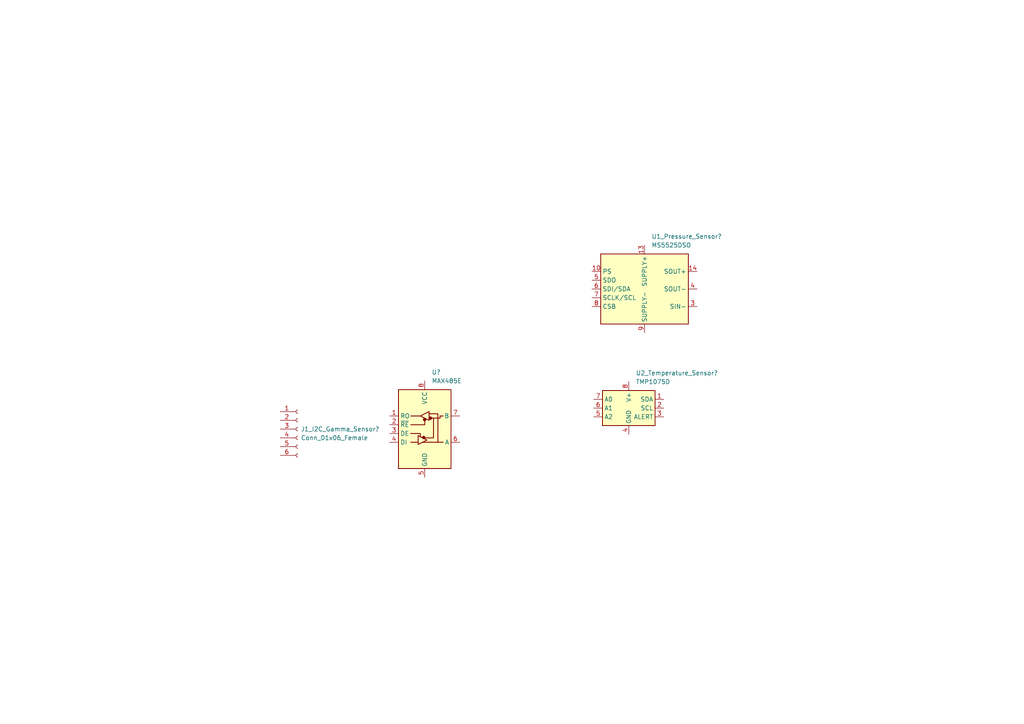
<source format=kicad_sch>
(kicad_sch (version 20211123) (generator eeschema)

  (uuid 3f7be251-bcb4-4dc7-9cf9-fbd65b1850d8)

  (paper "A4")

  (lib_symbols
    (symbol "Connector:Conn_01x06_Female" (pin_names (offset 1.016) hide) (in_bom yes) (on_board yes)
      (property "Reference" "J" (id 0) (at 0 7.62 0)
        (effects (font (size 1.27 1.27)))
      )
      (property "Value" "Conn_01x06_Female" (id 1) (at 0 -10.16 0)
        (effects (font (size 1.27 1.27)))
      )
      (property "Footprint" "" (id 2) (at 0 0 0)
        (effects (font (size 1.27 1.27)) hide)
      )
      (property "Datasheet" "~" (id 3) (at 0 0 0)
        (effects (font (size 1.27 1.27)) hide)
      )
      (property "ki_keywords" "connector" (id 4) (at 0 0 0)
        (effects (font (size 1.27 1.27)) hide)
      )
      (property "ki_description" "Generic connector, single row, 01x06, script generated (kicad-library-utils/schlib/autogen/connector/)" (id 5) (at 0 0 0)
        (effects (font (size 1.27 1.27)) hide)
      )
      (property "ki_fp_filters" "Connector*:*_1x??_*" (id 6) (at 0 0 0)
        (effects (font (size 1.27 1.27)) hide)
      )
      (symbol "Conn_01x06_Female_1_1"
        (arc (start 0 -7.112) (mid -0.508 -7.62) (end 0 -8.128)
          (stroke (width 0.1524) (type default) (color 0 0 0 0))
          (fill (type none))
        )
        (arc (start 0 -4.572) (mid -0.508 -5.08) (end 0 -5.588)
          (stroke (width 0.1524) (type default) (color 0 0 0 0))
          (fill (type none))
        )
        (arc (start 0 -2.032) (mid -0.508 -2.54) (end 0 -3.048)
          (stroke (width 0.1524) (type default) (color 0 0 0 0))
          (fill (type none))
        )
        (polyline
          (pts
            (xy -1.27 -7.62)
            (xy -0.508 -7.62)
          )
          (stroke (width 0.1524) (type default) (color 0 0 0 0))
          (fill (type none))
        )
        (polyline
          (pts
            (xy -1.27 -5.08)
            (xy -0.508 -5.08)
          )
          (stroke (width 0.1524) (type default) (color 0 0 0 0))
          (fill (type none))
        )
        (polyline
          (pts
            (xy -1.27 -2.54)
            (xy -0.508 -2.54)
          )
          (stroke (width 0.1524) (type default) (color 0 0 0 0))
          (fill (type none))
        )
        (polyline
          (pts
            (xy -1.27 0)
            (xy -0.508 0)
          )
          (stroke (width 0.1524) (type default) (color 0 0 0 0))
          (fill (type none))
        )
        (polyline
          (pts
            (xy -1.27 2.54)
            (xy -0.508 2.54)
          )
          (stroke (width 0.1524) (type default) (color 0 0 0 0))
          (fill (type none))
        )
        (polyline
          (pts
            (xy -1.27 5.08)
            (xy -0.508 5.08)
          )
          (stroke (width 0.1524) (type default) (color 0 0 0 0))
          (fill (type none))
        )
        (arc (start 0 0.508) (mid -0.508 0) (end 0 -0.508)
          (stroke (width 0.1524) (type default) (color 0 0 0 0))
          (fill (type none))
        )
        (arc (start 0 3.048) (mid -0.508 2.54) (end 0 2.032)
          (stroke (width 0.1524) (type default) (color 0 0 0 0))
          (fill (type none))
        )
        (arc (start 0 5.588) (mid -0.508 5.08) (end 0 4.572)
          (stroke (width 0.1524) (type default) (color 0 0 0 0))
          (fill (type none))
        )
        (pin passive line (at -5.08 5.08 0) (length 3.81)
          (name "Pin_1" (effects (font (size 1.27 1.27))))
          (number "1" (effects (font (size 1.27 1.27))))
        )
        (pin passive line (at -5.08 2.54 0) (length 3.81)
          (name "Pin_2" (effects (font (size 1.27 1.27))))
          (number "2" (effects (font (size 1.27 1.27))))
        )
        (pin passive line (at -5.08 0 0) (length 3.81)
          (name "Pin_3" (effects (font (size 1.27 1.27))))
          (number "3" (effects (font (size 1.27 1.27))))
        )
        (pin passive line (at -5.08 -2.54 0) (length 3.81)
          (name "Pin_4" (effects (font (size 1.27 1.27))))
          (number "4" (effects (font (size 1.27 1.27))))
        )
        (pin passive line (at -5.08 -5.08 0) (length 3.81)
          (name "Pin_5" (effects (font (size 1.27 1.27))))
          (number "5" (effects (font (size 1.27 1.27))))
        )
        (pin passive line (at -5.08 -7.62 0) (length 3.81)
          (name "Pin_6" (effects (font (size 1.27 1.27))))
          (number "6" (effects (font (size 1.27 1.27))))
        )
      )
    )
    (symbol "Interface_UART:MAX485E" (in_bom yes) (on_board yes)
      (property "Reference" "U" (id 0) (at -6.096 11.43 0)
        (effects (font (size 1.27 1.27)))
      )
      (property "Value" "MAX485E" (id 1) (at 0.762 11.43 0)
        (effects (font (size 1.27 1.27)) (justify left))
      )
      (property "Footprint" "" (id 2) (at 0 -17.78 0)
        (effects (font (size 1.27 1.27)) hide)
      )
      (property "Datasheet" "https://datasheets.maximintegrated.com/en/ds/MAX1487E-MAX491E.pdf" (id 3) (at 0 1.27 0)
        (effects (font (size 1.27 1.27)) hide)
      )
      (property "ki_keywords" "Half duplex RS-485/RS-422, 2.5 Mbps, ±15kV electro-static discharge (ESD) protection, no slew-rate, no low-power shutdown, with receiver/driver enable, 32 receiver drive kapacitity, DIP-8 and SOIC-8" (id 4) (at 0 0 0)
        (effects (font (size 1.27 1.27)) hide)
      )
      (property "ki_description" "Half duplex RS-485/RS-422, 2.5 Mbps, ±15kV electro-static discharge (ESD) protection, no slew-rate, no low-power shutdown, with receiver/driver enable, 32 receiver drive kapacitity, DIP-8 and SOIC-8" (id 5) (at 0 0 0)
        (effects (font (size 1.27 1.27)) hide)
      )
      (property "ki_fp_filters" "DIP*W7.62mm* SOIC*3.9x4.9mm*P1.27mm*" (id 6) (at 0 0 0)
        (effects (font (size 1.27 1.27)) hide)
      )
      (symbol "MAX485E_0_1"
        (rectangle (start -7.62 10.16) (end 7.62 -12.7)
          (stroke (width 0.254) (type default) (color 0 0 0 0))
          (fill (type background))
        )
        (circle (center -0.3048 -3.683) (radius 0.3556)
          (stroke (width 0.254) (type default) (color 0 0 0 0))
          (fill (type outline))
        )
        (circle (center -0.0254 1.4986) (radius 0.3556)
          (stroke (width 0.254) (type default) (color 0 0 0 0))
          (fill (type outline))
        )
        (polyline
          (pts
            (xy -4.064 -5.08)
            (xy -1.905 -5.08)
          )
          (stroke (width 0.254) (type default) (color 0 0 0 0))
          (fill (type none))
        )
        (polyline
          (pts
            (xy -4.064 2.54)
            (xy -1.27 2.54)
          )
          (stroke (width 0.254) (type default) (color 0 0 0 0))
          (fill (type none))
        )
        (polyline
          (pts
            (xy -1.27 -3.2004)
            (xy -1.27 -3.4544)
          )
          (stroke (width 0.254) (type default) (color 0 0 0 0))
          (fill (type none))
        )
        (polyline
          (pts
            (xy -0.635 -5.08)
            (xy 5.334 -5.08)
          )
          (stroke (width 0.254) (type default) (color 0 0 0 0))
          (fill (type none))
        )
        (polyline
          (pts
            (xy -4.064 -2.54)
            (xy -1.27 -2.54)
            (xy -1.27 -3.175)
          )
          (stroke (width 0.254) (type default) (color 0 0 0 0))
          (fill (type none))
        )
        (polyline
          (pts
            (xy 0 1.27)
            (xy 0 0)
            (xy -4.064 0)
          )
          (stroke (width 0.254) (type default) (color 0 0 0 0))
          (fill (type none))
        )
        (polyline
          (pts
            (xy 1.27 3.175)
            (xy 3.81 3.175)
            (xy 3.81 -5.08)
          )
          (stroke (width 0.254) (type default) (color 0 0 0 0))
          (fill (type none))
        )
        (polyline
          (pts
            (xy 2.54 1.905)
            (xy 2.54 -3.81)
            (xy 0 -3.81)
          )
          (stroke (width 0.254) (type default) (color 0 0 0 0))
          (fill (type none))
        )
        (polyline
          (pts
            (xy -1.905 -3.175)
            (xy -1.905 -5.715)
            (xy 0.635 -4.445)
            (xy -1.905 -3.175)
          )
          (stroke (width 0.254) (type default) (color 0 0 0 0))
          (fill (type none))
        )
        (polyline
          (pts
            (xy -1.27 2.54)
            (xy 1.27 3.81)
            (xy 1.27 1.27)
            (xy -1.27 2.54)
          )
          (stroke (width 0.254) (type default) (color 0 0 0 0))
          (fill (type none))
        )
        (polyline
          (pts
            (xy 1.905 1.905)
            (xy 4.445 1.905)
            (xy 4.445 2.54)
            (xy 5.334 2.54)
          )
          (stroke (width 0.254) (type default) (color 0 0 0 0))
          (fill (type none))
        )
        (rectangle (start 1.27 3.175) (end 1.27 3.175)
          (stroke (width 0) (type default) (color 0 0 0 0))
          (fill (type none))
        )
        (circle (center 1.651 1.905) (radius 0.3556)
          (stroke (width 0.254) (type default) (color 0 0 0 0))
          (fill (type outline))
        )
      )
      (symbol "MAX485E_1_1"
        (pin output line (at -10.16 2.54 0) (length 2.54)
          (name "RO" (effects (font (size 1.27 1.27))))
          (number "1" (effects (font (size 1.27 1.27))))
        )
        (pin input line (at -10.16 0 0) (length 2.54)
          (name "~{RE}" (effects (font (size 1.27 1.27))))
          (number "2" (effects (font (size 1.27 1.27))))
        )
        (pin input line (at -10.16 -2.54 0) (length 2.54)
          (name "DE" (effects (font (size 1.27 1.27))))
          (number "3" (effects (font (size 1.27 1.27))))
        )
        (pin input line (at -10.16 -5.08 0) (length 2.54)
          (name "DI" (effects (font (size 1.27 1.27))))
          (number "4" (effects (font (size 1.27 1.27))))
        )
        (pin power_in line (at 0 -15.24 90) (length 2.54)
          (name "GND" (effects (font (size 1.27 1.27))))
          (number "5" (effects (font (size 1.27 1.27))))
        )
        (pin bidirectional line (at 10.16 -5.08 180) (length 2.54)
          (name "A" (effects (font (size 1.27 1.27))))
          (number "6" (effects (font (size 1.27 1.27))))
        )
        (pin bidirectional line (at 10.16 2.54 180) (length 2.54)
          (name "B" (effects (font (size 1.27 1.27))))
          (number "7" (effects (font (size 1.27 1.27))))
        )
        (pin power_in line (at 0 12.7 270) (length 2.54)
          (name "VCC" (effects (font (size 1.27 1.27))))
          (number "8" (effects (font (size 1.27 1.27))))
        )
      )
    )
    (symbol "Sensor_Pressure:MS5525DSO" (in_bom yes) (on_board yes)
      (property "Reference" "U" (id 0) (at -10.16 11.43 0)
        (effects (font (size 1.27 1.27)))
      )
      (property "Value" "MS5525DSO" (id 1) (at 8.89 11.43 0)
        (effects (font (size 1.27 1.27)))
      )
      (property "Footprint" "" (id 2) (at 0 -13.97 0)
        (effects (font (size 1.27 1.27)) hide)
      )
      (property "Datasheet" "https://www.te.com/commerce/DocumentDelivery/DDEController?Action=srchrtrv&DocNm=MS5525DSO&DocType=DS&DocLang=English" (id 3) (at 0 -16.51 0)
        (effects (font (size 1.27 1.27)) hide)
      )
      (property "ki_keywords" "24bit low-power I2C SPI" (id 4) (at 0 0 0)
        (effects (font (size 1.27 1.27)) hide)
      )
      (property "ki_description" "Integrated Digital Pressure Sensor" (id 5) (at 0 0 0)
        (effects (font (size 1.27 1.27)) hide)
      )
      (property "ki_fp_filters" "TE?MS5525DSO*DB* TE?MS5525DSO*SB* TE?MS5525DSO*ST* TE?MS5525DSO*DH* TE?MS5525DSO*FT* TE?MS5525DSO*FB*" (id 6) (at 0 0 0)
        (effects (font (size 1.27 1.27)) hide)
      )
      (symbol "MS5525DSO_0_1"
        (rectangle (start -12.7 10.16) (end 12.7 -10.16)
          (stroke (width 0.254) (type default) (color 0 0 0 0))
          (fill (type background))
        )
      )
      (symbol "MS5525DSO_1_1"
        (pin passive line (at 15.24 -5.08 180) (length 2.54) hide
          (name "SIN-" (effects (font (size 1.27 1.27))))
          (number "1" (effects (font (size 1.27 1.27))))
        )
        (pin input line (at -15.24 5.08 0) (length 2.54)
          (name "PS" (effects (font (size 1.27 1.27))))
          (number "10" (effects (font (size 1.27 1.27))))
        )
        (pin passive line (at 0 12.7 270) (length 2.54) hide
          (name "SUPPLY+" (effects (font (size 1.27 1.27))))
          (number "11" (effects (font (size 1.27 1.27))))
        )
        (pin passive line (at 15.24 5.08 180) (length 2.54) hide
          (name "SOUT+" (effects (font (size 1.27 1.27))))
          (number "12" (effects (font (size 1.27 1.27))))
        )
        (pin power_in line (at 0 12.7 270) (length 2.54)
          (name "SUPPLY+" (effects (font (size 1.27 1.27))))
          (number "13" (effects (font (size 1.27 1.27))))
        )
        (pin passive line (at 15.24 5.08 180) (length 2.54)
          (name "SOUT+" (effects (font (size 1.27 1.27))))
          (number "14" (effects (font (size 1.27 1.27))))
        )
        (pin passive line (at 15.24 0 180) (length 2.54) hide
          (name "SOUT-" (effects (font (size 1.27 1.27))))
          (number "2" (effects (font (size 1.27 1.27))))
        )
        (pin passive line (at 15.24 -5.08 180) (length 2.54)
          (name "SIN-" (effects (font (size 1.27 1.27))))
          (number "3" (effects (font (size 1.27 1.27))))
        )
        (pin passive line (at 15.24 0 180) (length 2.54)
          (name "SOUT-" (effects (font (size 1.27 1.27))))
          (number "4" (effects (font (size 1.27 1.27))))
        )
        (pin output line (at -15.24 2.54 0) (length 2.54)
          (name "SDO" (effects (font (size 1.27 1.27))))
          (number "5" (effects (font (size 1.27 1.27))))
        )
        (pin input line (at -15.24 0 0) (length 2.54)
          (name "SDI/SDA" (effects (font (size 1.27 1.27))))
          (number "6" (effects (font (size 1.27 1.27))))
        )
        (pin input line (at -15.24 -2.54 0) (length 2.54)
          (name "SCLK/SCL" (effects (font (size 1.27 1.27))))
          (number "7" (effects (font (size 1.27 1.27))))
        )
        (pin input line (at -15.24 -5.08 0) (length 2.54)
          (name "CSB" (effects (font (size 1.27 1.27))))
          (number "8" (effects (font (size 1.27 1.27))))
        )
        (pin power_in line (at 0 -12.7 90) (length 2.54)
          (name "SUPPLY-" (effects (font (size 1.27 1.27))))
          (number "9" (effects (font (size 1.27 1.27))))
        )
      )
    )
    (symbol "Sensor_Temperature:TMP1075D" (in_bom yes) (on_board yes)
      (property "Reference" "U" (id 0) (at -6.35 6.35 0)
        (effects (font (size 1.27 1.27)))
      )
      (property "Value" "TMP1075D" (id 1) (at 6.35 6.35 0)
        (effects (font (size 1.27 1.27)))
      )
      (property "Footprint" "Package_SO:SO-8_3.9x4.9mm_P1.27mm" (id 2) (at 0 -6.35 0)
        (effects (font (size 1.27 1.27)) hide)
      )
      (property "Datasheet" "https://www.ti.com/lit/gpn/tmp1075" (id 3) (at 0 0 0)
        (effects (font (size 1.27 1.27)) hide)
      )
      (property "ki_keywords" "temperature sensor I2C single channel" (id 4) (at 0 0 0)
        (effects (font (size 1.27 1.27)) hide)
      )
      (property "ki_description" "I2C-bus digital temperature sensor and thermal watchdog, SO-8" (id 5) (at 0 0 0)
        (effects (font (size 1.27 1.27)) hide)
      )
      (property "ki_fp_filters" "SO*3.9x4.9mm*P1.27mm*" (id 6) (at 0 0 0)
        (effects (font (size 1.27 1.27)) hide)
      )
      (symbol "TMP1075D_0_1"
        (rectangle (start -7.62 5.08) (end 7.62 -5.08)
          (stroke (width 0.254) (type default) (color 0 0 0 0))
          (fill (type background))
        )
      )
      (symbol "TMP1075D_1_1"
        (pin bidirectional line (at 10.16 2.54 180) (length 2.54)
          (name "SDA" (effects (font (size 1.27 1.27))))
          (number "1" (effects (font (size 1.27 1.27))))
        )
        (pin input line (at 10.16 0 180) (length 2.54)
          (name "SCL" (effects (font (size 1.27 1.27))))
          (number "2" (effects (font (size 1.27 1.27))))
        )
        (pin open_collector line (at 10.16 -2.54 180) (length 2.54)
          (name "ALERT" (effects (font (size 1.27 1.27))))
          (number "3" (effects (font (size 1.27 1.27))))
        )
        (pin power_in line (at 0 -7.62 90) (length 2.54)
          (name "GND" (effects (font (size 1.27 1.27))))
          (number "4" (effects (font (size 1.27 1.27))))
        )
        (pin input line (at -10.16 -2.54 0) (length 2.54)
          (name "A2" (effects (font (size 1.27 1.27))))
          (number "5" (effects (font (size 1.27 1.27))))
        )
        (pin input line (at -10.16 0 0) (length 2.54)
          (name "A1" (effects (font (size 1.27 1.27))))
          (number "6" (effects (font (size 1.27 1.27))))
        )
        (pin input line (at -10.16 2.54 0) (length 2.54)
          (name "A0" (effects (font (size 1.27 1.27))))
          (number "7" (effects (font (size 1.27 1.27))))
        )
        (pin power_in line (at 0 7.62 270) (length 2.54)
          (name "V+" (effects (font (size 1.27 1.27))))
          (number "8" (effects (font (size 1.27 1.27))))
        )
      )
    )
  )


  (symbol (lib_id "Interface_UART:MAX485E") (at 123.19 123.19 0) (unit 1)
    (in_bom yes) (on_board yes) (fields_autoplaced)
    (uuid a5acd85e-3114-4004-a4be-0df8305cfbf6)
    (property "Reference" "U?" (id 0) (at 125.2094 107.95 0)
      (effects (font (size 1.27 1.27)) (justify left))
    )
    (property "Value" "MAX485E" (id 1) (at 125.2094 110.49 0)
      (effects (font (size 1.27 1.27)) (justify left))
    )
    (property "Footprint" "" (id 2) (at 123.19 140.97 0)
      (effects (font (size 1.27 1.27)) hide)
    )
    (property "Datasheet" "https://datasheets.maximintegrated.com/en/ds/MAX1487E-MAX491E.pdf" (id 3) (at 123.19 121.92 0)
      (effects (font (size 1.27 1.27)) hide)
    )
    (pin "1" (uuid 1f2b3f69-e8dc-44c4-81f5-dd7cb8bb70a2))
    (pin "2" (uuid 7402f926-4d5c-4282-a2cb-756916007f18))
    (pin "3" (uuid e3acbdc8-0eb5-4a67-b779-316370d78d24))
    (pin "4" (uuid 47b324ed-627a-4967-bd0c-d797f2b6b332))
    (pin "5" (uuid 979a571e-4d3c-4e01-9490-9a524e54f603))
    (pin "6" (uuid 70b6117a-7936-419f-900c-016394a94d12))
    (pin "7" (uuid 7084edb1-2563-4918-ae88-a277d4b13946))
    (pin "8" (uuid b8b2ffe4-f266-4c73-a28c-ec292bdc34f2))
  )

  (symbol (lib_id "Sensor_Pressure:MS5525DSO") (at 186.944 83.82 0) (unit 1)
    (in_bom yes) (on_board yes) (fields_autoplaced)
    (uuid adbee1bf-d88c-4783-a838-2c603551276b)
    (property "Reference" "U1_Pressure_Sensor?" (id 0) (at 188.9634 68.58 0)
      (effects (font (size 1.27 1.27)) (justify left))
    )
    (property "Value" "MS5525DSO" (id 1) (at 188.9634 71.12 0)
      (effects (font (size 1.27 1.27)) (justify left))
    )
    (property "Footprint" "" (id 2) (at 186.944 97.79 0)
      (effects (font (size 1.27 1.27)) hide)
    )
    (property "Datasheet" "https://www.te.com/commerce/DocumentDelivery/DDEController?Action=srchrtrv&DocNm=MS5525DSO&DocType=DS&DocLang=English" (id 3) (at 186.944 100.33 0)
      (effects (font (size 1.27 1.27)) hide)
    )
    (pin "1" (uuid 38ad10e2-2910-44c8-bdc0-5407a957afed))
    (pin "10" (uuid ee2e1eac-e25d-45a2-a311-26a73bba2d49))
    (pin "11" (uuid 0a8663b6-4935-4567-99a1-8fb19a0ae911))
    (pin "12" (uuid 9a12752e-2ac7-4903-8c15-e6ecb9ca59d7))
    (pin "13" (uuid c85c5874-e862-42d4-a708-5ad3a53cad96))
    (pin "14" (uuid 2fb2b440-a163-4878-8f24-57b8f0c31407))
    (pin "2" (uuid 6ddebe3c-c84e-4efc-9c40-0c0131a753ee))
    (pin "3" (uuid 05eb35ef-8f08-4800-bbf5-4401e0e49392))
    (pin "4" (uuid 4ba28b0d-d21b-4eb2-ad1f-f50a54cb5552))
    (pin "5" (uuid 251b40cf-a883-4d5a-800b-36c8153af58d))
    (pin "6" (uuid f4527734-1143-481c-910b-ed496427c71e))
    (pin "7" (uuid 3405075c-caad-4cef-a6fb-62b207997157))
    (pin "8" (uuid 2b2162ae-2d12-4735-8534-3cf445b2f707))
    (pin "9" (uuid 5eb9cb93-2f25-4f31-b1c8-5f52e635cfcd))
  )

  (symbol (lib_id "Sensor_Temperature:TMP1075D") (at 182.372 118.364 0) (unit 1)
    (in_bom yes) (on_board yes) (fields_autoplaced)
    (uuid b777e41f-e4bb-4932-9d75-ce2dabd6efea)
    (property "Reference" "U2_Temperature_Sensor?" (id 0) (at 184.3914 108.204 0)
      (effects (font (size 1.27 1.27)) (justify left))
    )
    (property "Value" "TMP1075D" (id 1) (at 184.3914 110.744 0)
      (effects (font (size 1.27 1.27)) (justify left))
    )
    (property "Footprint" "Package_SO:SO-8_3.9x4.9mm_P1.27mm" (id 2) (at 182.372 124.714 0)
      (effects (font (size 1.27 1.27)) hide)
    )
    (property "Datasheet" "https://www.ti.com/lit/gpn/tmp1075" (id 3) (at 182.372 118.364 0)
      (effects (font (size 1.27 1.27)) hide)
    )
    (pin "1" (uuid ee58c534-e7a3-40bb-8595-7e8e0b624faa))
    (pin "2" (uuid 81392e5d-443f-4219-a8d8-6055933a2b75))
    (pin "3" (uuid f04b13db-f8ce-4acc-b034-2af826358065))
    (pin "4" (uuid 004add7c-d2ae-4fea-89f9-305fd5754e65))
    (pin "5" (uuid b5048b05-65a1-4218-823c-3add464800b1))
    (pin "6" (uuid cccc5c30-834d-4984-af85-ff126b64fd56))
    (pin "7" (uuid 91fcdf06-15b9-4c78-a92e-4f90f39e3eb0))
    (pin "8" (uuid 601e97db-460d-48ac-8ac9-1823e4ef745f))
  )

  (symbol (lib_id "Connector:Conn_01x06_Female") (at 86.36 124.46 0) (unit 1)
    (in_bom yes) (on_board yes) (fields_autoplaced)
    (uuid eb7f4799-9c5b-4169-b632-4f576f2e8b1d)
    (property "Reference" "J1_I2C_Gamma_Sensor?" (id 0) (at 87.249 124.4599 0)
      (effects (font (size 1.27 1.27)) (justify left))
    )
    (property "Value" "Conn_01x06_Female" (id 1) (at 87.249 126.9999 0)
      (effects (font (size 1.27 1.27)) (justify left))
    )
    (property "Footprint" "" (id 2) (at 86.36 124.46 0))
    (property "Datasheet" "~" (id 3) (at 86.36 124.46 0)
      (effects (font (size 1.27 1.27)) hide)
    )
    (pin "1" (uuid 0bfd9b2b-efc7-4d20-b3b5-5d006fb52de7))
    (pin "2" (uuid f7bcbd68-ab03-4f7f-b0e4-abc65bdc9a05))
    (pin "3" (uuid c4659f7f-e9fd-4e52-b847-ad8a4e1135b1))
    (pin "4" (uuid f8316324-ff91-42aa-ac11-97ec8f62b4f8))
    (pin "5" (uuid 7c8835e7-230b-4542-b7f8-60dfe21df7b1))
    (pin "6" (uuid d7cee068-df28-4bb3-a55b-269f64e0406b))
  )
)

</source>
